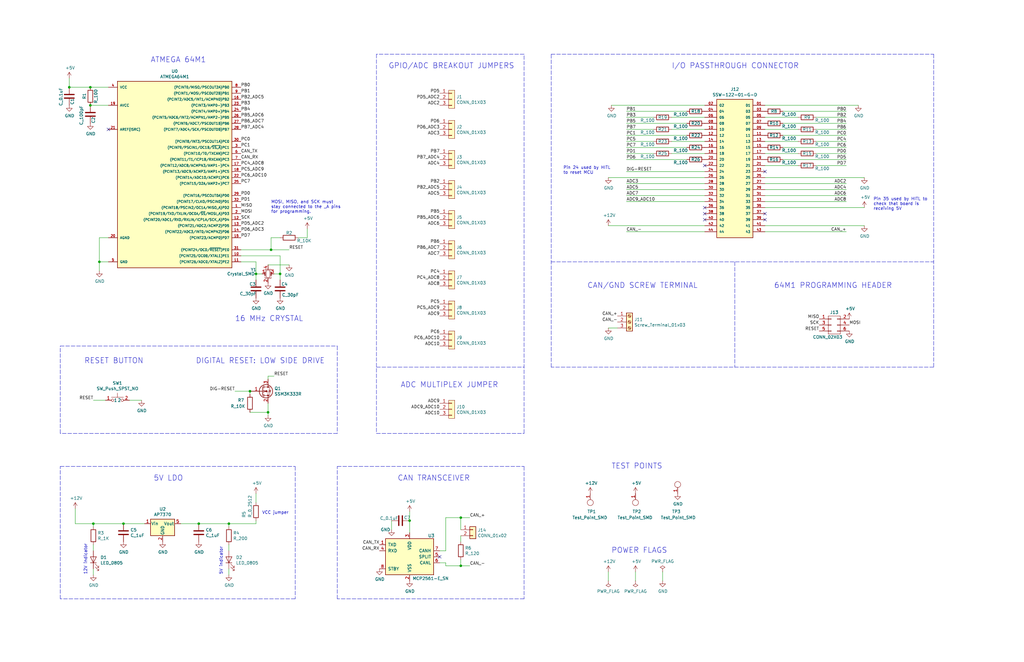
<source format=kicad_sch>
(kicad_sch (version 20211123) (generator eeschema)
  (paper "B")
  (title_block (title "Firmware Tester Board") (date "2022-02-10") (rev "1") (company "Olin Electric Motorsports") (comment 1 "Luke Raus"))
  (junction (at 38.1 36.83))
  (junction (at 194.31 238.76))
  (junction (at 172.72 219.71))
  (junction (at 194.31 218.44))
  (junction (at 41.91 110.49))
  (junction (at 96.52 220.98))
  (junction (at 52.07 220.98))
  (junction (at 105.41 165.1))
  (junction (at 114.3 105.41))
  (junction (at 38.1 44.45))
  (junction (at 118.11 115.57))
  (junction (at 39.37 220.98))
  (junction (at 29.21 36.83))
  (junction (at 83.82 220.98))
  (junction (at 113.03 173.99))
  (junction (at 107.95 115.57))
  (no_connect (at 322.58 90.17))
  (no_connect (at 322.58 92.71))
  (no_connect (at 297.18 69.85))
  (no_connect (at 322.58 72.39))
  (no_connect (at 297.18 92.71))
  (no_connect (at 297.18 87.63))
  (no_connect (at 185.42 234.95))
  (no_connect (at 45.72 54.61))
  (no_connect (at 297.18 90.17))
  (wire (pts (xy 96.52 240.03) (xy 96.52 242.57)))
  (wire (pts (xy 129.54 100.33) (xy 129.54 96.52)))
  (wire (pts (xy 344.17 69.85) (xy 356.87 69.85)))
  (polyline (pts (xy 220.98 252.73) (xy 142.24 252.73)))
  (polyline (pts (xy 232.41 154.94) (xy 232.41 22.86)))
  (wire (pts (xy 113.03 158.75) (xy 113.03 160.02)))
  (wire (pts (xy 125.73 100.33) (xy 129.54 100.33)))
  (polyline (pts (xy 158.75 154.94) (xy 220.98 154.94)))
  (polyline (pts (xy 25.4 182.88) (xy 25.4 146.05)))
  (polyline (pts (xy 124.46 196.85) (xy 124.46 252.73)))
  (wire (pts (xy 39.37 222.25) (xy 39.37 220.98)))
  (wire (pts (xy 264.16 77.47) (xy 297.18 77.47)))
  (wire (pts (xy 322.58 69.85) (xy 336.55 69.85)))
  (wire (pts (xy 344.17 54.61) (xy 356.87 54.61)))
  (wire (pts (xy 194.31 218.44) (xy 198.12 218.44)))
  (wire (pts (xy 322.58 54.61) (xy 336.55 54.61)))
  (polyline (pts (xy 220.98 196.85) (xy 220.98 252.73)))
  (wire (pts (xy 330.2 62.23) (xy 356.87 62.23)))
  (wire (pts (xy 39.37 168.91) (xy 44.45 168.91)))
  (polyline (pts (xy 232.41 22.86) (xy 393.7 22.86)))
  (wire (pts (xy 187.96 238.76) (xy 194.31 238.76)))
  (wire (pts (xy 99.06 165.1) (xy 105.41 165.1)))
  (polyline (pts (xy 232.41 110.49) (xy 393.7 110.49)))
  (wire (pts (xy 322.58 95.25) (xy 364.49 95.25)))
  (wire (pts (xy 41.91 100.33) (xy 45.72 100.33)))
  (polyline (pts (xy 142.24 146.05) (xy 142.24 182.88)))
  (wire (pts (xy 344.17 64.77) (xy 356.87 64.77)))
  (wire (pts (xy 96.52 229.87) (xy 96.52 232.41)))
  (wire (pts (xy 322.58 77.47) (xy 356.87 77.47)))
  (wire (pts (xy 107.95 115.57) (xy 110.49 115.57)))
  (wire (pts (xy 185.42 237.49) (xy 187.96 237.49)))
  (wire (pts (xy 45.72 110.49) (xy 41.91 110.49)))
  (polyline (pts (xy 124.46 252.73) (xy 25.4 252.73)))
  (polyline (pts (xy 158.75 22.86) (xy 158.75 182.88)))
  (polyline (pts (xy 142.24 196.85) (xy 220.98 196.85)))
  (wire (pts (xy 330.2 57.15) (xy 356.87 57.15)))
  (wire (pts (xy 172.72 224.79) (xy 172.72 219.71)))
  (wire (pts (xy 118.11 107.95) (xy 101.6 107.95)))
  (wire (pts (xy 322.58 87.63) (xy 364.49 87.63)))
  (wire (pts (xy 107.95 220.98) (xy 107.95 219.71)))
  (wire (pts (xy 264.16 67.31) (xy 289.56 67.31)))
  (wire (pts (xy 185.42 232.41) (xy 187.96 232.41)))
  (wire (pts (xy 256.54 74.93) (xy 297.18 74.93)))
  (wire (pts (xy 283.21 59.69) (xy 297.18 59.69)))
  (wire (pts (xy 322.58 59.69) (xy 336.55 59.69)))
  (polyline (pts (xy 25.4 196.85) (xy 124.46 196.85)))
  (wire (pts (xy 41.91 110.49) (xy 41.91 100.33)))
  (wire (pts (xy 330.2 46.99) (xy 356.87 46.99)))
  (wire (pts (xy 113.03 175.26) (xy 113.03 173.99)))
  (wire (pts (xy 257.81 44.45) (xy 297.18 44.45)))
  (wire (pts (xy 105.41 173.99) (xy 113.03 173.99)))
  (wire (pts (xy 264.16 52.07) (xy 289.56 52.07)))
  (polyline (pts (xy 393.7 154.94) (xy 232.41 154.94)))
  (wire (pts (xy 107.95 115.57) (xy 107.95 110.49)))
  (wire (pts (xy 107.95 208.28) (xy 107.95 212.09)))
  (wire (pts (xy 187.96 237.49) (xy 187.96 238.76)))
  (wire (pts (xy 264.16 54.61) (xy 275.59 54.61)))
  (wire (pts (xy 113.03 158.75) (xy 115.57 158.75)))
  (polyline (pts (xy 220.98 22.86) (xy 158.75 22.86)))
  (wire (pts (xy 41.91 114.3) (xy 41.91 110.49)))
  (polyline (pts (xy 142.24 182.88) (xy 25.4 182.88)))
  (wire (pts (xy 76.2 220.98) (xy 83.82 220.98)))
  (wire (pts (xy 60.96 220.98) (xy 52.07 220.98)))
  (wire (pts (xy 322.58 97.79) (xy 356.87 97.79)))
  (polyline (pts (xy 25.4 252.73) (xy 25.4 196.85)))
  (wire (pts (xy 165.1 219.71) (xy 165.1 223.52)))
  (wire (pts (xy 264.16 72.39) (xy 297.18 72.39)))
  (wire (pts (xy 113.03 170.18) (xy 113.03 173.99)))
  (wire (pts (xy 39.37 240.03) (xy 39.37 242.57)))
  (wire (pts (xy 187.96 232.41) (xy 187.96 218.44)))
  (polyline (pts (xy 393.7 22.86) (xy 393.7 154.94)))
  (wire (pts (xy 194.31 226.06) (xy 194.31 228.6)))
  (wire (pts (xy 330.2 52.07) (xy 356.87 52.07)))
  (polyline (pts (xy 309.88 110.49) (xy 309.88 154.94)))
  (wire (pts (xy 45.72 44.45) (xy 38.1 44.45)))
  (wire (pts (xy 322.58 64.77) (xy 336.55 64.77)))
  (wire (pts (xy 96.52 222.25) (xy 96.52 220.98)))
  (wire (pts (xy 264.16 85.09) (xy 297.18 85.09)))
  (wire (pts (xy 114.3 100.33) (xy 118.11 100.33)))
  (wire (pts (xy 118.11 115.57) (xy 118.11 107.95)))
  (wire (pts (xy 264.16 49.53) (xy 275.59 49.53)))
  (wire (pts (xy 264.16 62.23) (xy 289.56 62.23)))
  (wire (pts (xy 322.58 74.93) (xy 364.49 74.93)))
  (wire (pts (xy 336.55 49.53) (xy 322.58 49.53)))
  (wire (pts (xy 107.95 118.11) (xy 107.95 115.57)))
  (wire (pts (xy 194.31 236.22) (xy 194.31 238.76)))
  (wire (pts (xy 187.96 218.44) (xy 194.31 218.44)))
  (wire (pts (xy 39.37 229.87) (xy 39.37 232.41)))
  (wire (pts (xy 256.54 241.3) (xy 256.54 245.11)))
  (wire (pts (xy 54.61 168.91) (xy 59.69 168.91)))
  (wire (pts (xy 29.21 33.02) (xy 29.21 36.83)))
  (polyline (pts (xy 158.75 182.88) (xy 220.98 182.88)))
  (wire (pts (xy 101.6 105.41) (xy 114.3 105.41)))
  (wire (pts (xy 38.1 36.83) (xy 45.72 36.83)))
  (wire (pts (xy 31.75 220.98) (xy 31.75 214.63)))
  (wire (pts (xy 264.16 64.77) (xy 275.59 64.77)))
  (wire (pts (xy 39.37 220.98) (xy 52.07 220.98)))
  (wire (pts (xy 107.95 110.49) (xy 101.6 110.49)))
  (wire (pts (xy 105.41 166.37) (xy 105.41 165.1)))
  (wire (pts (xy 264.16 46.99) (xy 289.56 46.99)))
  (wire (pts (xy 256.54 95.25) (xy 297.18 95.25)))
  (polyline (pts (xy 220.98 182.88) (xy 220.98 22.86)))
  (wire (pts (xy 344.17 49.53) (xy 356.87 49.53)))
  (wire (pts (xy 322.58 80.01) (xy 356.87 80.01)))
  (wire (pts (xy 264.16 80.01) (xy 297.18 80.01)))
  (wire (pts (xy 283.21 49.53) (xy 297.18 49.53)))
  (wire (pts (xy 194.31 223.52) (xy 194.31 218.44)))
  (polyline (pts (xy 142.24 252.73) (xy 142.24 196.85)))
  (wire (pts (xy 322.58 44.45) (xy 361.95 44.45)))
  (wire (pts (xy 264.16 59.69) (xy 275.59 59.69)))
  (wire (pts (xy 114.3 105.41) (xy 114.3 100.33)))
  (wire (pts (xy 344.17 59.69) (xy 356.87 59.69)))
  (wire (pts (xy 322.58 82.55) (xy 356.87 82.55)))
  (wire (pts (xy 172.72 219.71) (xy 172.72 215.9)))
  (polyline (pts (xy 25.4 146.05) (xy 142.24 146.05)))
  (wire (pts (xy 83.82 220.98) (xy 96.52 220.98)))
  (wire (pts (xy 96.52 220.98) (xy 107.95 220.98)))
  (wire (pts (xy 264.16 57.15) (xy 289.56 57.15)))
  (wire (pts (xy 283.21 64.77) (xy 297.18 64.77)))
  (wire (pts (xy 279.4 241.3) (xy 279.4 245.11)))
  (wire (pts (xy 267.97 245.11) (xy 267.97 241.3)))
  (wire (pts (xy 114.3 105.41) (xy 121.92 105.41)))
  (wire (pts (xy 264.16 97.79) (xy 297.18 97.79)))
  (wire (pts (xy 118.11 115.57) (xy 118.11 118.11)))
  (wire (pts (xy 322.58 85.09) (xy 356.87 85.09)))
  (wire (pts (xy 330.2 67.31) (xy 356.87 67.31)))
  (wire (pts (xy 194.31 238.76) (xy 198.12 238.76)))
  (wire (pts (xy 29.21 36.83) (xy 38.1 36.83)))
  (wire (pts (xy 115.57 115.57) (xy 118.11 115.57)))
  (wire (pts (xy 264.16 82.55) (xy 297.18 82.55)))
  (wire (pts (xy 31.75 220.98) (xy 39.37 220.98)))
  (wire (pts (xy 113.03 111.76) (xy 121.92 111.76)))
  (wire (pts (xy 283.21 54.61) (xy 297.18 54.61)))
  (wire (pts (xy 256.54 138.43) (xy 260.35 138.43)))
  (text "5V LDO" (at 64.77 203.2 0) (effects (font (size 2.2606 2.2606)) (justify left bottom)))
  (text "ADC MULTIPLEX JUMPER" (at 168.91 163.83 0) (effects (font (size 2.2606 2.2606)) (justify left bottom)))
  (text "CAN/GND SCREW TERMINAL" (at 247.65 121.92 0) (effects (font (size 2.2606 2.2606)) (justify left bottom)))
  (text "Pin 24 used by HITL\nto reset MCU" (at 237.49 73.66 0) (effects (font (size 1.27 1.27)) (justify left bottom)))
  (text "TEST POINTS" (at 257.81 198.12 0) (effects (font (size 2.2606 2.2606)) (justify left bottom)))
  (text "ATMEGA 64M1\n" (at 63.5 26.67 0) (effects (font (size 2.2606 2.2606)) (justify left bottom)))
  (text "CAN TRANSCEIVER\n" (at 167.64 203.2 0) (effects (font (size 2.2606 2.2606)) (justify left bottom)))
  (text "GPIO/ADC BREAKOUT JUMPERS" (at 163.83 29.21 0) (effects (font (size 2.2606 2.2606)) (justify left bottom)))
  (text "16 MHz CRYSTAL\n" (at 99.06 135.89 0) (effects (font (size 2.2606 2.2606)) (justify left bottom)))
  (text "DIGITAL RESET: LOW SIDE DRIVE" (at 82.55 153.67 0) (effects (font (size 2.2606 2.2606)) (justify left bottom)))
  (text "I/O PASSTHROUGH CONNECTOR" (at 283.21 29.21 0) (effects (font (size 2.2606 2.2606)) (justify left bottom)))
  (text "64M1 PROGRAMMING HEADER\n" (at 326.39 121.92 0) (effects (font (size 2.2606 2.2606)) (justify left bottom)))
  (text "Pin 35 used by HITL to\ncheck that board is\nreceiving 5V" (at 368.3 88.9 0) (effects (font (size 1.27 1.27)) (justify left bottom)))
  (text "POWER FLAGS\n" (at 257.81 233.68 0) (effects (font (size 2.2606 2.2606)) (justify left bottom)))
  (text "5V indicator" (at 93.98 242.57 90) (effects (font (size 1.27 1.27)) (justify left bottom)))
  (text "VCC jumper" (at 110.49 217.17 0) (effects (font (size 1.27 1.27)) (justify left bottom)))
  (text "RESET BUTTON" (at 35.56 153.67 0) (effects (font (size 2.2606 2.2606)) (justify left bottom)))
  (text "12V indicator" (at 36.83 242.57 90) (effects (font (size 1.27 1.27)) (justify left bottom)))
  (text "MOSI, MISO, and SCK must\nstay connected to the _A pins\nfor programming." (at 114.3 90.17 0) (effects (font (size 1.27 1.27)) (justify left bottom)))
  (label "ADC3" (at 264.16 77.47 0))
  (label "CAN_-" (at 198.12 238.76 0))
  (label "RESET" (at 345.44 139.7 180))
  (label "ADC6" (at 356.87 82.55 180))
  (label "PC6_ADC10" (at 101.6 74.93 0))
  (label "PB1" (at 264.16 46.99 0))
  (label "DIG-RESET" (at 264.16 72.39 0))
  (label "PB7_ADC4" (at 185.42 67.31 180))
  (label "ADC2" (at 185.42 44.45 180))
  (label "ADC2" (at 356.87 77.47 180))
  (label "RESET" (at 39.37 168.91 180))
  (label "CAN_-" (at 264.16 97.79 0))
  (label "CAN_RX" (at 160.02 232.41 180))
  (label "SCK" (at 101.6 92.71 0))
  (label "PD7" (at 101.6 100.33 0))
  (label "PB7_ADC4" (at 101.6 54.61 0))
  (label "PD5_ADC2" (at 185.42 41.91 180))
  (label "PB6" (at 185.42 102.87 180))
  (label "ADC9_ADC10" (at 264.16 85.09 0))
  (label "PB5_ADC6" (at 101.6 49.53 0))
  (label "ADC4" (at 356.87 80.01 180))
  (label "ADC9" (at 185.42 170.18 180))
  (label "ADC10" (at 185.42 175.26 180))
  (label "CAN_+" (at 356.87 97.79 180))
  (label "MOSI" (at 101.6 90.17 0))
  (label "PC6" (at 185.42 140.97 180))
  (label "RESET" (at 121.92 105.41 0))
  (label "PD1" (at 264.16 64.77 0))
  (label "PB3" (at 264.16 49.53 0))
  (label "ADC9" (at 185.42 133.35 180))
  (label "MISO" (at 101.6 87.63 0))
  (label "MISO" (at 345.44 134.62 180))
  (label "PD0" (at 356.87 64.77 180))
  (label "PC6_ADC10" (at 185.42 143.51 180))
  (label "CAN_RX" (at 101.6 67.31 0))
  (label "CAN_TX" (at 101.6 64.77 0))
  (label "PB0" (at 101.6 36.83 0))
  (label "PB5_ADC6" (at 185.42 92.71 180))
  (label "PC5" (at 185.42 128.27 180))
  (label "DIG-RESET" (at 99.06 165.1 180))
  (label "PB2" (at 356.87 49.53 180))
  (label "ADC3" (at 185.42 57.15 180))
  (label "PB6" (at 356.87 54.61 180))
  (label "PC5_ADC9" (at 101.6 72.39 0))
  (label "PC7" (at 101.6 77.47 0))
  (label "PB5" (at 264.16 52.07 0))
  (label "RESET" (at 115.57 158.75 0))
  (label "SCK" (at 345.44 137.16 180))
  (label "PD1" (at 101.6 85.09 0))
  (label "PD6_ADC3" (at 185.42 54.61 180))
  (label "PB1" (at 101.6 39.37 0))
  (label "PC0" (at 356.87 57.15 180))
  (label "PC4" (at 356.87 59.69 180))
  (label "PC7" (at 264.16 62.23 0))
  (label "PD6" (at 264.16 67.31 0))
  (label "PB7" (at 185.42 64.77 180))
  (label "PC6" (at 356.87 62.23 180))
  (label "ADC6" (at 185.42 95.25 180))
  (label "PD0" (at 101.6 82.55 0))
  (label "CAN_TX" (at 160.02 229.87 180))
  (label "PB0" (at 356.87 46.99 180))
  (label "PC4_ADC8" (at 185.42 118.11 180))
  (label "PD5" (at 185.42 39.37 180))
  (label "CAN_-" (at 260.35 135.89 180))
  (label "PB2" (at 185.42 77.47 180))
  (label "ADC8" (at 185.42 120.65 180))
  (label "PC4_ADC8" (at 101.6 69.85 0))
  (label "PD5_ADC2" (at 101.6 95.25 0))
  (label "PC1" (at 101.6 62.23 0))
  (label "PB7" (at 264.16 54.61 0))
  (label "PB5" (at 185.42 90.17 180))
  (label "ADC7" (at 185.42 107.95 180))
  (label "ADC7" (at 264.16 82.55 0))
  (label "PC1" (at 264.16 57.15 0))
  (label "PB6_ADC7" (at 101.6 52.07 0))
  (label "PD6_ADC3" (at 101.6 97.79 0))
  (label "PB2_ADC5" (at 185.42 80.01 180))
  (label "PD5" (at 356.87 67.31 180))
  (label "PB3" (at 101.6 44.45 0))
  (label "PB6_ADC7" (at 185.42 105.41 180))
  (label "ADC8" (at 356.87 85.09 180))
  (label "CAN_+" (at 260.35 133.35 180))
  (label "ADC5" (at 264.16 80.01 0))
  (label "PD6" (at 185.42 52.07 180))
  (label "PB4" (at 356.87 52.07 180))
  (label "MOSI" (at 358.14 137.16 0))
  (label "ADC4" (at 185.42 69.85 180))
  (label "PB2_ADC5" (at 101.6 41.91 0))
  (label "PC5_ADC9" (at 185.42 130.81 180))
  (label "PC5" (at 264.16 59.69 0))
  (label "PC4" (at 185.42 115.57 180))
  (label "ADC10" (at 185.42 146.05 180))
  (label "ADC9_ADC10" (at 185.42 172.72 180))
  (label "CAN_+" (at 198.12 218.44 0))
  (label "PC0" (at 101.6 59.69 0))
  (label "PB4" (at 101.6 46.99 0))
  (label "ADC5" (at 185.42 82.55 180))
  (label "PD7" (at 356.87 69.85 180))
  (symbol (lib_id "power:GND") (at 279.4 245.11 0) (unit 1)
    (property "Reference" "#PWR?" (effects hide))
    (property "Value" "GND" (at 279.527 249.5042 0))
  )
  (symbol (lib_id "formula:R_100") (at 38.1 40.64 0) (unit 1)
    (property "Reference" "R1" (at 35.56 41.91 90) (effects (justify left)))
    (property "Value" "R_100" (at 40.386 43.688 90) (effects (justify left)))
    (property "Footprint" "footprints:R_0805_OEM" (effects hide))
    (property "Datasheet" "https://www.seielect.com/Catalog/SEI-rncp.pdf" (effects hide))
    (property "MFN" "DK" (effects hide))
    (property "MPN" "RNCP0805FTD100RCT-ND" (effects hide))
    (property "PurchasingLink" "https://www.digikey.com/products/en?keywords=RNCP0805FTD100RCT-ND" (effects hide))
  )
  (symbol (lib_id "formula:C_0.1uF") (at 29.21 40.64 0) (unit 1)
    (property "Reference" "C1" (at 30.48 44.196 90) (effects (justify left)))
    (property "Value" "C_0.1uF" (at 25.654 44.704 90) (effects (justify left)))
    (property "Footprint" "footprints:C_0805_OEM" (effects hide))
    (property "Datasheet" "http://datasheets.avx.com/X7RDielectric.pdf" (effects hide))
    (property "MFN" "DK" (effects hide))
    (property "MPN" "478-3352-1-ND" (effects hide))
    (property "PurchasingLink" "https://www.digikey.com/products/en?keywords=478-3352-1-ND" (effects hide))
  )
  (symbol (lib_id "formula:C_100pF") (at 38.1 48.26 0) (unit 1)
    (property "Reference" "C2" (at 39.37 52.07 90) (effects (justify left)))
    (property "Value" "C_100pF" (at 34.29 52.832 90) (effects (justify left)))
    (property "Footprint" "footprints:C_0805_OEM" (effects hide))
    (property "Datasheet" "https://katalog.we-online.de/pbs/datasheet/885012007057.pdf" (effects hide))
    (property "MFN" "DK" (effects hide))
    (property "MPN" "732-7852-1-ND" (effects hide))
    (property "PurchasingLink" "https://www.digikey.com/product-detail/en/wurth-electronics-inc/885012007057/732-7852-1-ND/5454479" (effects hide))
  )
  (symbol (lib_id "power:GND") (at 29.21 44.45 0) (unit 1)
    (property "Reference" "#PWR?" (effects hide))
    (property "Value" "GND" (at 29.337 48.8442 0))
  )
  (symbol (lib_id "power:GND") (at 38.1 52.07 0) (unit 1)
    (property "Reference" "#PWR?" (effects hide))
    (property "Value" "GND" (at 38.227 56.4642 0))
  )
  (symbol (lib_id "formula:Crystal_SMD") (at 113.03 115.57 0) (unit 1)
    (property "Reference" "Y1" (at 105.664 113.792 0) (effects (justify left)))
    (property "Value" "Crystal_SMD" (at 95.758 115.57 0) (effects (justify left)))
    (property "Footprint" "footprints:Crystal_SMD_FA238" (effects hide))
    (property "Datasheet" "http://www.txccorp.com/download/products/quartz_crystals/2015TXC_7M_17.pdf" (effects hide))
    (property "MFN" "DK" (effects hide))
    (property "MPN" "887-1125-1-ND" (effects hide))
    (property "PurchasingLink" "https://www.digikey.com/product-detail/en/txc-corporation/7M-16.000MAAJ-T/887-1125-1-ND/2119014" (effects hide))
  )
  (symbol (lib_id "formula:C_30pF") (at 107.95 121.92 0) (unit 1)
    (property "Reference" "C3" (at 105.156 119.888 0) (effects (justify left)))
    (property "Value" "C_30pF" (at 101.092 123.952 0) (effects (justify left)))
    (property "Footprint" "footprints:C_0805_OEM" (effects hide))
    (property "Datasheet" "https://media.digikey.com/pdf/Data%20Sheets/Samsung%20PDFs/CL_Series_MLCC_ds.pdf" (effects hide))
    (property "MFN" "DK" (effects hide))
    (property "MPN" "1276-1130-1-ND" (effects hide))
    (property "PurchasingLink" "https://www.digikey.com/product-detail/en/samsung-electro-mechanics-america-inc/CL21C300JBANNNC/1276-1130-1-ND/3889216" (effects hide))
  )
  (symbol (lib_id "formula:C_30pF") (at 118.11 121.92 0) (unit 1)
    (property "Reference" "C4" (at 118.618 119.888 0) (effects (justify left)))
    (property "Value" "C_30pF" (at 118.872 124.46 0) (effects (justify left)))
    (property "Footprint" "footprints:C_0805_OEM" (effects hide))
    (property "Datasheet" "https://media.digikey.com/pdf/Data%20Sheets/Samsung%20PDFs/CL_Series_MLCC_ds.pdf" (effects hide))
    (property "MFN" "DK" (effects hide))
    (property "MPN" "1276-1130-1-ND" (effects hide))
    (property "PurchasingLink" "https://www.digikey.com/product-detail/en/samsung-electro-mechanics-america-inc/CL21C300JBANNNC/1276-1130-1-ND/3889216" (effects hide))
  )
  (symbol (lib_id "formula:R_10K") (at 121.92 100.33 270) (unit 1)
    (property "Reference" "R2" (at 121.92 98.298 90))
    (property "Value" "R_10K" (at 128.27 101.6 90))
    (property "Footprint" "footprints:R_0805_OEM" (effects hide))
    (property "Datasheet" "http://www.bourns.com/data/global/pdfs/CRS.pdf" (effects hide))
    (property "MFN" "DK" (effects hide))
    (property "MPN" "CRS0805-FX-1002ELFCT-ND" (effects hide))
    (property "PurchasingLink" "https://www.digikey.com/products/en?keywords=CRS0805-FX-1002ELFCT-ND" (effects hide))
  )
  (symbol (lib_id "power:GND") (at 107.95 125.73 0) (unit 1)
    (property "Reference" "#PWR?" (effects hide))
    (property "Value" "GND" (at 108.077 130.1242 0))
  )
  (symbol (lib_id "power:GND") (at 118.11 125.73 0) (unit 1)
    (property "Reference" "#PWR?" (effects hide))
    (property "Value" "GND" (at 118.237 130.1242 0))
  )
  (symbol (lib_id "power:GND") (at 113.03 119.38 0) (unit 1)
    (property "Reference" "#PWR?" (effects hide))
    (property "Value" "GND" (at 113.157 123.7742 0))
  )
  (symbol (lib_id "power:GND") (at 121.92 111.76 0) (unit 1)
    (property "Reference" "#PWR?" (effects hide))
    (property "Value" "GND" (at 122.047 116.1542 0))
  )
  (symbol (lib_id "power:GND") (at 41.91 114.3 0) (unit 1)
    (property "Reference" "#PWR?" (effects hide))
    (property "Value" "GND" (at 42.037 118.6942 0))
  )
  (symbol (lib_id "formula:MCP2561-E_SN") (at 172.72 234.95 0) (unit 1)
    (property "Reference" "U3" (at 181.864 226.06 0))
    (property "Value" "MCP2561-E_SN" (at 181.61 244.094 0))
    (property "Footprint" "footprints:SOIC-8_3.9x4.9mm_Pitch1.27mm_OEM" (effects hide))
    (property "Datasheet" "http://www.microchip.com/mymicrochip/filehandler.aspx?ddocname=en561044" (effects hide))
    (property "MFN" "DK" (effects hide))
    (property "MPN" "MCP2561-E/SN-ND" (effects hide))
    (property "PurchasingLink" "https://www.digikey.com/products/en?keywords=mcp2561-e%2Fsn" (effects hide))
  )
  (symbol (lib_id "formula:C_0.1uF") (at 168.91 219.71 270) (unit 1)
    (property "Reference" "C7" (at 171.704 218.44 90))
    (property "Value" "C_0.1uF" (at 164.084 218.694 90))
    (property "Footprint" "footprints:C_0805_OEM" (effects hide))
    (property "Datasheet" "http://datasheets.avx.com/X7RDielectric.pdf" (effects hide))
    (property "MFN" "DK" (effects hide))
    (property "MPN" "478-3352-1-ND" (effects hide))
    (property "PurchasingLink" "https://www.digikey.com/products/en?keywords=478-3352-1-ND" (effects hide))
  )
  (symbol (lib_id "power:GND") (at 165.1 223.52 0) (unit 1)
    (property "Reference" "#PWR?" (effects hide))
    (property "Value" "GND" (at 162.56 223.52 0))
  )
  (symbol (lib_id "power:GND") (at 172.72 245.11 0) (unit 1)
    (property "Reference" "#PWR?" (effects hide))
    (property "Value" "GND" (at 172.847 249.5042 0))
  )
  (symbol (lib_id "power:GND") (at 160.02 240.03 0) (unit 1)
    (property "Reference" "#PWR?" (effects hide))
    (property "Value" "GND" (at 160.147 244.4242 0))
  )
  (symbol (lib_id "power:PWR_FLAG") (at 256.54 245.11 180) (unit 1)
    (property "Reference" "#FLG?" (effects hide))
    (property "Value" "PWR_FLAG" (at 256.54 249.5296 0))
  )
  (symbol (lib_id "power:PWR_FLAG") (at 267.97 245.11 180) (unit 1)
    (property "Reference" "#FLG?" (effects hide))
    (property "Value" "PWR_FLAG" (at 267.97 249.5296 0))
  )
  (symbol (lib_id "power:PWR_FLAG") (at 279.4 241.3 0) (unit 1)
    (property "Reference" "#FLG?" (effects hide))
    (property "Value" "PWR_FLAG" (at 279.4 236.8804 0))
  )
  (symbol (lib_id "formula:CONN_02X03") (at 351.79 137.16 0) (unit 1)
    (property "Reference" "J13" (at 351.79 131.826 0))
    (property "Value" "CONN_02X03" (at 348.996 142.24 0))
    (property "Footprint" "footprints:Pin_Header_Straight_2x03" (effects hide))
    (property "Datasheet" "http://portal.fciconnect.com/Comergent//fci/drawing/67996.pdf" (effects hide))
    (property "MFN" "DK" (effects hide))
    (property "MPN" "609-3234-ND" (effects hide))
    (property "PurchasingLink" "https://www.digikey.com/product-detail/en/amphenol-fci/67997-206HLF/609-3234-ND/1878491" (effects hide))
  )
  (symbol (lib_id "power:GND") (at 358.14 139.7 0) (unit 1)
    (property "Reference" "#PWR?" (effects hide))
    (property "Value" "GND" (at 358.267 144.0942 0))
  )
  (symbol (lib_id "formula:R_120_DNP") (at 194.31 232.41 0) (unit 1)
    (property "Reference" "R6" (at 196.088 231.2416 0) (effects (justify left)))
    (property "Value" "R_120" (at 196.088 233.553 0) (effects (justify left)))
    (property "Footprint" "footprints:R_0805_OEM" (effects hide))
    (property "Datasheet" "https://www.mouser.com/datasheet/2/315/AOA0000C304-1149620.pdf" (effects hide))
    (property "MFN" "DK" (effects hide))
    (property "MPN" "667-ERJ-6ENF1200V" (effects hide))
    (property "PurchasingLink" "https://www.mouser.com/ProductDetail/Panasonic-Industrial-Devices/ERJ-6ENF1200V?qs=sGAEpiMZZMvdGkrng054t8AJgcdMkx7x%252bFQnctTMUmU%3d" (effects hide))
  )
  (symbol (lib_id "power:+5V") (at 29.21 33.02 0) (unit 1)
    (property "Reference" "#PWR?" (effects hide))
    (property "Value" "+5V" (at 29.591 28.6258 0))
  )
  (symbol (lib_id "power:+5V") (at 172.72 215.9 0) (unit 1)
    (property "Reference" "#PWR?" (effects hide))
    (property "Value" "+5V" (at 173.101 211.5058 0))
  )
  (symbol (lib_id "power:+5V") (at 358.14 134.62 0) (unit 1)
    (property "Reference" "#PWR?" (effects hide))
    (property "Value" "+5V" (at 358.521 130.2258 0))
  )
  (symbol (lib_id "power:+5V") (at 267.97 241.3 0) (unit 1)
    (property "Reference" "#PWR?" (effects hide))
    (property "Value" "+5V" (at 268.351 236.9058 0))
  )
  (symbol (lib_id "power:+5V") (at 129.54 96.52 0) (unit 1)
    (property "Reference" "#PWR?" (effects hide))
    (property "Value" "+5V" (at 129.921 92.1258 0))
  )
  (symbol (lib_id "formula:CONN_01X03") (at 191.77 80.01 0) (unit 1)
    (property "Reference" "J4" (at 192.4812 78.9686 0) (effects (justify left)))
    (property "Value" "CONN_01X03" (at 192.4812 81.28 0) (effects (justify left)))
    (property "Footprint" "footprints:PinHeader_1x03_P2.54mm_Vertical" (effects hide))
    (property "Datasheet" "https://www.mouser.com/datasheet/2/181/M20-999-1218971.pdf" (effects hide))
    (property "MFN" "Mouser" (effects hide))
    (property "MPN" "855-M20-9990346" (effects hide))
    (property "PurchasingLink" "https://www.mouser.com/ProductDetail/Harwin/M20-9990346?qs=sGAEpiMZZMs%252bGHln7q6pmzlZUuX%2f53qj1ROyRKct5o4%3d" (effects hide))
  )
  (symbol (lib_id "formula:CONN_01X03") (at 191.77 92.71 0) (unit 1)
    (property "Reference" "J5" (at 192.4812 91.6686 0) (effects (justify left)))
    (property "Value" "CONN_01X03" (at 192.4812 93.98 0) (effects (justify left)))
    (property "Footprint" "footprints:PinHeader_1x03_P2.54mm_Vertical" (effects hide))
    (property "Datasheet" "https://www.mouser.com/datasheet/2/181/M20-999-1218971.pdf" (effects hide))
    (property "MFN" "Mouser" (effects hide))
    (property "MPN" "855-M20-9990346" (effects hide))
    (property "PurchasingLink" "https://www.mouser.com/ProductDetail/Harwin/M20-9990346?qs=sGAEpiMZZMs%252bGHln7q6pmzlZUuX%2f53qj1ROyRKct5o4%3d" (effects hide))
  )
  (symbol (lib_id "formula:CONN_01X03") (at 191.77 105.41 0) (unit 1)
    (property "Reference" "J6" (at 192.4812 104.3686 0) (effects (justify left)))
    (property "Value" "CONN_01X03" (at 192.4812 106.68 0) (effects (justify left)))
    (property "Footprint" "footprints:PinHeader_1x03_P2.54mm_Vertical" (effects hide))
    (property "Datasheet" "https://www.mouser.com/datasheet/2/181/M20-999-1218971.pdf" (effects hide))
    (property "MFN" "Mouser" (effects hide))
    (property "MPN" "855-M20-9990346" (effects hide))
    (property "PurchasingLink" "https://www.mouser.com/ProductDetail/Harwin/M20-9990346?qs=sGAEpiMZZMs%252bGHln7q6pmzlZUuX%2f53qj1ROyRKct5o4%3d" (effects hide))
  )
  (symbol (lib_id "formula:CONN_01X03") (at 191.77 67.31 0) (unit 1)
    (property "Reference" "J3" (at 192.4812 66.2686 0) (effects (justify left)))
    (property "Value" "CONN_01X03" (at 192.4812 68.58 0) (effects (justify left)))
    (property "Footprint" "footprints:PinHeader_1x03_P2.54mm_Vertical" (effects hide))
    (property "Datasheet" "https://www.mouser.com/datasheet/2/181/M20-999-1218971.pdf" (effects hide))
    (property "MFN" "Mouser" (effects hide))
    (property "MPN" "855-M20-9990346" (effects hide))
    (property "PurchasingLink" "https://www.mouser.com/ProductDetail/Harwin/M20-9990346?qs=sGAEpiMZZMs%252bGHln7q6pmzlZUuX%2f53qj1ROyRKct5o4%3d" (effects hide))
  )
  (symbol (lib_id "formula:CONN_01X03") (at 191.77 118.11 0) (unit 1)
    (property "Reference" "J7" (at 192.4812 117.0686 0) (effects (justify left)))
    (property "Value" "CONN_01X03" (at 192.4812 119.38 0) (effects (justify left)))
    (property "Footprint" "footprints:PinHeader_1x03_P2.54mm_Vertical" (effects hide))
    (property "Datasheet" "https://www.mouser.com/datasheet/2/181/M20-999-1218971.pdf" (effects hide))
    (property "MFN" "Mouser" (effects hide))
    (property "MPN" "855-M20-9990346" (effects hide))
    (property "PurchasingLink" "https://www.mouser.com/ProductDetail/Harwin/M20-9990346?qs=sGAEpiMZZMs%252bGHln7q6pmzlZUuX%2f53qj1ROyRKct5o4%3d" (effects hide))
  )
  (symbol (lib_id "formula:CONN_01X03") (at 191.77 130.81 0) (unit 1)
    (property "Reference" "J8" (at 192.4812 129.7686 0) (effects (justify left)))
    (property "Value" "CONN_01X03" (at 192.4812 132.08 0) (effects (justify left)))
    (property "Footprint" "footprints:PinHeader_1x03_P2.54mm_Vertical" (effects hide))
    (property "Datasheet" "https://www.mouser.com/datasheet/2/181/M20-999-1218971.pdf" (effects hide))
    (property "MFN" "Mouser" (effects hide))
    (property "MPN" "855-M20-9990346" (effects hide))
    (property "PurchasingLink" "https://www.mouser.com/ProductDetail/Harwin/M20-9990346?qs=sGAEpiMZZMs%252bGHln7q6pmzlZUuX%2f53qj1ROyRKct5o4%3d" (effects hide))
  )
  (symbol (lib_id "formula:CONN_01X03") (at 191.77 143.51 0) (unit 1)
    (property "Reference" "J9" (at 192.4812 142.4686 0) (effects (justify left)))
    (property "Value" "CONN_01X03" (at 192.4812 144.78 0) (effects (justify left)))
    (property "Footprint" "footprints:PinHeader_1x03_P2.54mm_Vertical" (effects hide))
    (property "Datasheet" "https://www.mouser.com/datasheet/2/181/M20-999-1218971.pdf" (effects hide))
    (property "MFN" "Mouser" (effects hide))
    (property "MPN" "855-M20-9990346" (effects hide))
    (property "PurchasingLink" "https://www.mouser.com/ProductDetail/Harwin/M20-9990346?qs=sGAEpiMZZMs%252bGHln7q6pmzlZUuX%2f53qj1ROyRKct5o4%3d" (effects hide))
  )
  (symbol (lib_id "formula:CONN_01X03") (at 191.77 41.91 0) (unit 1)
    (property "Reference" "J1" (at 192.4812 40.8686 0) (effects (justify left)))
    (property "Value" "CONN_01X03" (at 192.4812 43.18 0) (effects (justify left)))
    (property "Footprint" "footprints:PinHeader_1x03_P2.54mm_Vertical" (effects hide))
    (property "Datasheet" "https://www.mouser.com/datasheet/2/181/M20-999-1218971.pdf" (effects hide))
    (property "MFN" "Mouser" (effects hide))
    (property "MPN" "855-M20-9990346" (effects hide))
    (property "PurchasingLink" "https://www.mouser.com/ProductDetail/Harwin/M20-9990346?qs=sGAEpiMZZMs%252bGHln7q6pmzlZUuX%2f53qj1ROyRKct5o4%3d" (effects hide))
  )
  (symbol (lib_id "Connector:Screw_Terminal_01x03") (at 265.43 135.89 0) (unit 1)
    (property "Reference" "J11" (at 267.462 134.8232 0) (effects (justify left)))
    (property "Value" "Screw_Terminal_01x03" (at 267.462 137.1346 0) (effects (justify left)))
    (property "Footprint" "TerminalBlock_Phoenix:TerminalBlock_Phoenix_MKDS-1,5-3_1x03_P5.00mm_Horizontal" (effects hide))
  )
  (symbol (lib_id "power:GND") (at 256.54 138.43 0) (unit 1)
    (property "Reference" "#PWR?" (effects hide))
    (property "Value" "GND" (at 256.667 142.8242 0))
  )
  (symbol (lib_id "formula:SW_Push_SPST_NO") (at 49.53 168.91 0) (unit 1)
    (property "Reference" "SW1" (at 49.53 161.671 0))
    (property "Value" "SW_Push_SPST_NO" (at 49.53 163.9824 0))
    (property "Footprint" "footprints:SW_B3U-1000P_4.2x1.7mm" (effects hide))
    (property "Datasheet" "https://omronfs.omron.com/en_US/ecb/products/pdf/en-b3u.pdf" (effects hide))
    (property "MFN" "DK" (effects hide))
    (property "MPN" "SW1020CT-ND" (effects hide))
    (property "PurchasingLink" "https://www.digikey.com/product-detail/en/omron-electronics-inc-emc-div/B3U-1000P/SW1020CT-ND/1534357A" (effects hide))
  )
  (symbol (lib_id "power:GND") (at 59.69 168.91 0) (unit 1)
    (property "Reference" "#PWR?" (effects hide))
    (property "Value" "GND" (at 59.817 173.3042 0))
  )
  (symbol (lib_id "formula:CONN_01X03") (at 191.77 54.61 0) (unit 1)
    (property "Reference" "J2" (at 192.4812 53.5686 0) (effects (justify left)))
    (property "Value" "CONN_01X03" (at 192.4812 55.88 0) (effects (justify left)))
    (property "Footprint" "footprints:PinHeader_1x03_P2.54mm_Vertical" (effects hide))
    (property "Datasheet" "https://www.mouser.com/datasheet/2/181/M20-999-1218971.pdf" (effects hide))
    (property "MFN" "Mouser" (effects hide))
    (property "MPN" "855-M20-9990346" (effects hide))
    (property "PurchasingLink" "https://www.mouser.com/ProductDetail/Harwin/M20-9990346?qs=sGAEpiMZZMs%252bGHln7q6pmzlZUuX%2f53qj1ROyRKct5o4%3d" (effects hide))
  )
  (symbol (lib_id "formula:SSW-122-01-G-D") (at 309.88 72.39 0) (unit 1)
    (property "Reference" "J12" (at 309.88 37.6682 0))
    (property "Value" "SSW-122-01-G-D" (at 309.88 39.9796 0))
    (property "Footprint" "footprints:SAMTEC_SSW-122-01-G-D" (effects hide))
    (property "Datasheet" "http://suddendocs.samtec.com/prints/ssw-d.pdf" (effects hide))
    (property "MFN" "Würth Elektronik" (effects hide))
    (property "MPN" "61304421121" (effects hide))
    (property "PurchasingLink" "https://www.digikey.com/en/products/detail/w%C3%BCrth-elektronik/61304421121/4846887" (effects hide))
  )
  (symbol (lib_id "power:GND") (at 257.81 44.45 0) (unit 1)
    (property "Reference" "#PWR?" (effects hide))
    (property "Value" "GND" (at 257.937 48.8442 0))
  )
  (symbol (lib_id "power:GND") (at 361.95 44.45 0) (unit 1)
    (property "Reference" "#PWR?" (effects hide))
    (property "Value" "GND" (at 362.077 48.8442 0))
  )
  (symbol (lib_id "formula:SSM3K333R") (at 110.49 165.1 0) (unit 1)
    (property "Reference" "Q1" (at 115.7224 163.9316 0) (effects (justify left)))
    (property "Value" "SSM3K333R" (at 115.7224 166.243 0) (effects (justify left)))
    (property "Footprint" "footprints:SOT-23F" (effects hide))
    (property "Datasheet" "https://drive.google.com/drive/folders/0B-V-iZf33Y4GNzhDQTJZanJRbVk" (effects hide))
    (property "MFN" "DK" (effects hide))
    (property "MPN" "SSM3K333RLFCT-ND" (effects hide))
    (property "PurchasingLink" "https://www.digikey.com/product-detail/en/toshiba-semiconductor-and-storage/SSM3K333RLF/SSM3K333RLFCT-ND/3522391" (effects hide))
  )
  (symbol (lib_id "power:GND") (at 113.03 175.26 0) (unit 1)
    (property "Reference" "#PWR?" (effects hide))
    (property "Value" "GND" (at 113.157 179.6542 0))
  )
  (symbol (lib_id "power:GND") (at 256.54 74.93 0) (unit 1)
    (property "Reference" "#PWR?" (effects hide))
    (property "Value" "GND" (at 256.667 79.3242 0))
  )
  (symbol (lib_id "power:GND") (at 364.49 74.93 0) (unit 1)
    (property "Reference" "#PWR?" (effects hide))
    (property "Value" "GND" (at 364.617 79.3242 0))
  )
  (symbol (lib_id "formula:AP7370") (at 68.58 220.98 0) (unit 1)
    (property "Reference" "U2" (at 68.58 214.8332 0))
    (property "Value" "AP7370" (at 68.58 217.1446 0))
    (property "Footprint" "footprints:SOT-23-5" (effects hide))
    (property "Datasheet" "https://www.diodes.com/assets/Datasheets/AP7370.pdf" (effects hide))
    (property "MFN" "DK" (effects hide))
    (property "MPN" "AP7370-50W5-7DICT-ND" (effects hide))
    (property "PurchasingLink" "https://www.digikey.com/en/products/detail/diodes-incorporated/AP7370-50W5-7/10235827" (effects hide))
  )
  (symbol (lib_id "power:+5V") (at 107.95 208.28 0) (unit 1)
    (property "Reference" "#PWR?" (effects hide))
    (property "Value" "+5V" (at 108.331 203.8858 0))
  )
  (symbol (lib_id "power:GND") (at 68.58 228.6 0) (unit 1)
    (property "Reference" "#PWR?" (effects hide))
    (property "Value" "GND" (at 68.707 232.9942 0))
  )
  (symbol (lib_id "formula:LED_0805") (at 39.37 236.22 90) (unit 1)
    (property "Reference" "D1" (at 42.3418 235.2294 90) (effects (justify right)))
    (property "Value" "LED_0805" (at 42.3418 237.5408 90) (effects (justify right)))
    (property "Footprint" "footprints:LED_0805_OEM" (effects hide))
    (property "Datasheet" "http://www.osram-os.com/Graphics/XPic9/00078860_0.pdf" (effects hide))
    (property "MFN" "DK" (effects hide))
    (property "MPN" "475-1410-1-ND" (effects hide))
    (property "PurchasingLink" "https://www.digikey.com/products/en?keywords=475-1410-1-ND" (effects hide))
  )
  (symbol (lib_id "power:GND") (at 39.37 242.57 0) (unit 1)
    (property "Reference" "#PWR?" (effects hide))
    (property "Value" "GND" (at 39.497 246.9642 0))
  )
  (symbol (lib_id "formula:R_1K") (at 39.37 226.06 0) (unit 1)
    (property "Reference" "R3" (at 41.148 224.8916 0) (effects (justify left)))
    (property "Value" "R_1K" (at 41.148 227.203 0) (effects (justify left)))
    (property "Footprint" "footprints:R_0805_OEM" (effects hide))
    (property "Datasheet" "https://www.seielect.com/Catalog/SEI-rncp.pdf" (effects hide))
    (property "MFN" "DK" (effects hide))
    (property "MPN" "RNCP0805FTD1K00CT-ND" (effects hide))
    (property "PurchasingLink" "https://www.digikey.com/products/en?keywords=RNCP0805FTD1K00CT-ND" (effects hide))
  )
  (symbol (lib_id "formula:C_1uF") (at 52.07 226.06 0) (unit 1)
    (property "Reference" "C5" (at 54.991 223.6216 0) (effects (justify left)))
    (property "Value" "C_1uF" (at 54.991 225.933 0) (effects (justify left)))
    (property "Footprint" "footprints:C_0805_OEM" (effects hide))
    (property "Datasheet" "https://www.yageo.com/upload/media/product/productsearch/datasheet/mlcc/UPY-GPHC_Y5V_6.3V-to-50V_9.pdf" (effects hide))
    (property "PurchasingLink" "https://www.digikey.com/product-detail/en/yageo/CC0805ZKY5V9BB105/311-1909-1-ND/5195811#images" (effects hide))
  )
  (symbol (lib_id "power:GND") (at 52.07 228.6 0) (unit 1)
    (property "Reference" "#PWR?" (effects hide))
    (property "Value" "GND" (at 52.197 232.9942 0))
  )
  (symbol (lib_id "formula:C_1uF") (at 83.82 226.06 0) (unit 1)
    (property "Reference" "C6" (at 86.741 223.6216 0) (effects (justify left)))
    (property "Value" "C_1uF" (at 86.741 225.933 0) (effects (justify left)))
    (property "Footprint" "footprints:C_0805_OEM" (effects hide))
    (property "Datasheet" "https://www.yageo.com/upload/media/product/productsearch/datasheet/mlcc/UPY-GPHC_Y5V_6.3V-to-50V_9.pdf" (effects hide))
    (property "PurchasingLink" "https://www.digikey.com/product-detail/en/yageo/CC0805ZKY5V9BB105/311-1909-1-ND/5195811#images" (effects hide))
  )
  (symbol (lib_id "power:GND") (at 83.82 228.6 0) (unit 1)
    (property "Reference" "#PWR?" (effects hide))
    (property "Value" "GND" (at 83.947 232.9942 0))
  )
  (symbol (lib_id "formula:R_200") (at 96.52 226.06 0) (unit 1)
    (property "Reference" "R4" (at 98.298 224.8916 0) (effects (justify left)))
    (property "Value" "R_200" (at 98.298 227.203 0) (effects (justify left)))
    (property "Footprint" "footprints:R_0805_OEM" (effects hide))
    (property "Datasheet" "https://www.seielect.com/Catalog/SEI-RMCF_RMCP.pdf" (effects hide))
    (property "MFN" "DK" (effects hide))
    (property "MPN" "RMCF0805JT200RCT-ND" (effects hide))
    (property "PurchasingLink" "https://www.digikey.com/products/en?keywords=RMCF0805JT200RCT-ND" (effects hide))
  )
  (symbol (lib_id "formula:LED_0805") (at 96.52 236.22 90) (unit 1)
    (property "Reference" "D2" (at 99.4918 235.2294 90) (effects (justify right)))
    (property "Value" "LED_0805" (at 99.4918 237.5408 90) (effects (justify right)))
    (property "Footprint" "footprints:LED_0805_OEM" (effects hide))
    (property "Datasheet" "http://www.osram-os.com/Graphics/XPic9/00078860_0.pdf" (effects hide))
    (property "MFN" "DK" (effects hide))
    (property "MPN" "475-1410-1-ND" (effects hide))
    (property "PurchasingLink" "https://www.digikey.com/products/en?keywords=475-1410-1-ND" (effects hide))
  )
  (symbol (lib_id "power:GND") (at 96.52 242.57 0) (unit 1)
    (property "Reference" "#PWR?" (effects hide))
    (property "Value" "GND" (at 96.647 246.9642 0))
  )
  (symbol (lib_id "formula:R_0_2512") (at 107.95 215.9 0) (unit 1)
    (property "Reference" "R5" (at 102.87 218.44 90) (effects (justify left)))
    (property "Value" "R_0_2512" (at 105.41 218.44 90) (effects (justify left)))
    (property "Footprint" "footprints:R_2512_OEM" (effects hide))
    (property "Datasheet" "http://www.te.com/commerce/DocumentDelivery/DDEController?Action=srchrtrv&DocNm=9-1773463-7&DocType=DS&DocLang=English" (effects hide))
    (property "MFN" "DK" (effects hide))
    (property "MPN" "A121322CT-ND" (effects hide))
    (property "PurchasingLink" "https://www.digikey.com/products/en?keywords=A121322CT-ND" (effects hide))
  )
  (symbol (lib_id "formula:CONN_01X03") (at 191.77 172.72 0) (unit 1)
    (property "Reference" "J10" (at 192.4812 171.6786 0) (effects (justify left)))
    (property "Value" "CONN_01X03" (at 192.4812 173.99 0) (effects (justify left)))
    (property "Footprint" "footprints:PinHeader_1x03_P2.54mm_Vertical" (effects hide))
    (property "Datasheet" "https://www.mouser.com/datasheet/2/181/M20-999-1218971.pdf" (effects hide))
    (property "MFN" "Mouser" (effects hide))
    (property "MPN" "855-M20-9990346" (effects hide))
    (property "PurchasingLink" "https://www.mouser.com/ProductDetail/Harwin/M20-9990346?qs=sGAEpiMZZMs%252bGHln7q6pmzlZUuX%2f53qj1ROyRKct5o4%3d" (effects hide))
  )
  (symbol (lib_id "formula:CONN_01x02") (at 199.39 223.52 0) (unit 1)
    (property "Reference" "J14" (at 201.422 223.7232 0) (effects (justify left)))
    (property "Value" "CONN_01x02" (at 201.422 226.0346 0) (effects (justify left)))
    (property "Footprint" "Connector_PinSocket_2.54mm:PinSocket_1x02_P2.54mm_Vertical" (effects hide))
    (property "Datasheet" "https://katalog.we-online.de/em/datasheet/6130xx11121.pdf" (effects hide))
    (property "MFN" "DK" (effects hide))
    (property "MPN" "732-5315-ND" (effects hide))
  )
  (symbol (lib_id "power:GND") (at 364.49 95.25 0) (unit 1)
    (property "Reference" "#PWR?" (effects hide))
    (property "Value" "GND" (at 364.617 99.6442 0))
  )
  (symbol (lib_id "formula:ATMEGA64M1") (at 73.66 80.01 0) (unit 1)
    (property "Reference" "U0" (at 73.66 30.0482 0))
    (property "Value" "ATMEGA64M1" (at 73.66 32.3596 0))
    (property "Footprint" "footprints:TQFP-32_7x7mm_Pitch0.8mm" (effects hide))
    (property "Datasheet" "http://ww1.microchip.com/downloads/en/DeviceDoc/Atmel-8209-8-bit%20AVR%20ATmega16M1-32M1-64M1_Datasheet.pdf" (effects hide))
    (property "MFN" "DK" (effects hide))
    (property "MPN" "ATMEGA16M1-AU-ND" (effects hide))
    (property "PurchasingLink" "https://www.digikey.com/product-detail/en/atmel/ATMEGA64M1-AU/ATMEGA64M1-AU-ND/2271208" (effects hide))
  )
  (symbol (lib_id "formula:Test_Point_SMD") (at 248.92 209.55 180) (unit 1)
    (property "Reference" "TP1" (at 247.65 215.9 0) (effects (justify right)))
    (property "Value" "Test_Point_SMD" (at 241.3 218.44 0) (effects (justify right)))
    (property "Footprint" "footprints:Test_Point_SMD" (effects hide))
  )
  (symbol (lib_id "power:+12V") (at 248.92 208.28 0) (unit 1)
    (property "Reference" "#PWR?" (effects hide))
    (property "Value" "+12V" (at 249.301 203.8858 0))
  )
  (symbol (lib_id "formula:Test_Point_SMD") (at 267.97 209.55 180) (unit 1)
    (property "Reference" "TP2" (at 266.7 215.9 0) (effects (justify right)))
    (property "Value" "Test_Point_SMD" (at 260.35 218.44 0) (effects (justify right)))
    (property "Footprint" "footprints:Test_Point_SMD" (effects hide))
  )
  (symbol (lib_id "formula:Test_Point_SMD") (at 285.75 207.01 0) (unit 1)
    (property "Reference" "TP3" (at 287.02 215.9 0) (effects (justify right)))
    (property "Value" "Test_Point_SMD" (at 293.37 218.44 0) (effects (justify right)))
    (property "Footprint" "footprints:Test_Point_SMD" (effects hide))
  )
  (symbol (lib_id "power:+5V") (at 267.97 208.28 0) (unit 1)
    (property "Reference" "#PWR?" (effects hide))
    (property "Value" "+5V" (at 268.351 203.8858 0))
  )
  (symbol (lib_id "power:GND") (at 285.75 208.28 0) (unit 1)
    (property "Reference" "#PWR?" (effects hide))
    (property "Value" "GND" (at 285.877 212.6742 0))
  )
  (symbol (lib_id "power:+5V") (at 364.49 87.63 0) (unit 1)
    (property "Reference" "#PWR?" (effects hide))
    (property "Value" "+5V" (at 364.871 83.2358 0))
  )
  (symbol (lib_id "formula:R_10K") (at 105.41 170.18 180) (unit 1)
    (property "Reference" "R7" (at 101.6 168.91 0))
    (property "Value" "R_10K" (at 100.33 171.45 0))
    (property "Footprint" "footprints:R_0805_OEM" (effects hide))
    (property "Datasheet" "http://www.bourns.com/data/global/pdfs/CRS.pdf" (effects hide))
    (property "MFN" "DK" (effects hide))
    (property "MPN" "CRS0805-FX-1002ELFCT-ND" (effects hide))
    (property "PurchasingLink" "https://www.digikey.com/products/en?keywords=CRS0805-FX-1002ELFCT-ND" (effects hide))
  )
  (symbol (lib_id "power:+12V") (at 256.54 241.3 0) (unit 1)
    (property "Reference" "#PWR?" (effects hide))
    (property "Value" "+12V" (at 256.921 236.9058 0))
  )
  (symbol (lib_id "power:+12V") (at 256.54 95.25 0) (unit 1)
    (property "Reference" "#PWR?" (effects hide))
    (property "Value" "+12V" (at 256.921 90.8558 0))
  )
  (symbol (lib_id "power:+12V") (at 31.75 214.63 0) (unit 1)
    (property "Reference" "#PWR?" (effects hide))
    (property "Value" "+12V" (at 32.131 210.2358 0))
  )
  (symbol (lib_id "formula:R_100") (at 326.39 46.99 270) (unit 1)
    (property "Reference" "R8" (at 326.39 46.99 90))
    (property "Value" "R_100" (at 332.74 48.26 90))
    (property "Footprint" "footprints:R_0805_OEM" (effects hide))
    (property "Datasheet" "https://www.seielect.com/Catalog/SEI-rncp.pdf" (effects hide))
    (property "MFN" "DK" (effects hide))
    (property "MPN" "RNCP0805FTD100RCT-ND" (effects hide))
    (property "PurchasingLink" "https://www.digikey.com/products/en?keywords=RNCP0805FTD100RCT-ND" (effects hide))
  )
  (symbol (lib_id "formula:R_100") (at 340.36 49.53 270) (unit 1)
    (property "Reference" "R9" (at 340.36 49.53 90))
    (property "Value" "R_100" (at 346.71 50.8 90))
    (property "Footprint" "footprints:R_0805_OEM" (effects hide))
    (property "Datasheet" "https://www.seielect.com/Catalog/SEI-rncp.pdf" (effects hide))
    (property "MFN" "DK" (effects hide))
    (property "MPN" "RNCP0805FTD100RCT-ND" (effects hide))
    (property "PurchasingLink" "https://www.digikey.com/products/en?keywords=RNCP0805FTD100RCT-ND" (effects hide))
  )
  (symbol (lib_id "formula:R_100") (at 326.39 52.07 270) (unit 1)
    (property "Reference" "R10" (at 326.39 52.07 90))
    (property "Value" "R_100" (at 332.74 53.34 90))
    (property "Footprint" "footprints:R_0805_OEM" (effects hide))
    (property "Datasheet" "https://www.seielect.com/Catalog/SEI-rncp.pdf" (effects hide))
    (property "MFN" "DK" (effects hide))
    (property "MPN" "RNCP0805FTD100RCT-ND" (effects hide))
    (property "PurchasingLink" "https://www.digikey.com/products/en?keywords=RNCP0805FTD100RCT-ND" (effects hide))
  )
  (symbol (lib_id "formula:R_100") (at 340.36 54.61 270) (unit 1)
    (property "Reference" "R11" (at 340.36 54.61 90))
    (property "Value" "R_100" (at 346.71 55.88 90))
    (property "Footprint" "footprints:R_0805_OEM" (effects hide))
    (property "Datasheet" "https://www.seielect.com/Catalog/SEI-rncp.pdf" (effects hide))
    (property "MFN" "DK" (effects hide))
    (property "MPN" "RNCP0805FTD100RCT-ND" (effects hide))
    (property "PurchasingLink" "https://www.digikey.com/products/en?keywords=RNCP0805FTD100RCT-ND" (effects hide))
  )
  (symbol (lib_id "formula:R_100") (at 326.39 57.15 270) (unit 1)
    (property "Reference" "R12" (at 326.39 57.15 90))
    (property "Value" "R_100" (at 332.74 58.42 90))
    (property "Footprint" "footprints:R_0805_OEM" (effects hide))
    (property "Datasheet" "https://www.seielect.com/Catalog/SEI-rncp.pdf" (effects hide))
    (property "MFN" "DK" (effects hide))
    (property "MPN" "RNCP0805FTD100RCT-ND" (effects hide))
    (property "PurchasingLink" "https://www.digikey.com/products/en?keywords=RNCP0805FTD100RCT-ND" (effects hide))
  )
  (symbol (lib_id "formula:R_100") (at 340.36 59.69 270) (unit 1)
    (property "Reference" "R13" (at 340.36 59.69 90))
    (property "Value" "R_100" (at 346.71 60.96 90))
    (property "Footprint" "footprints:R_0805_OEM" (effects hide))
    (property "Datasheet" "https://www.seielect.com/Catalog/SEI-rncp.pdf" (effects hide))
    (property "MFN" "DK" (effects hide))
    (property "MPN" "RNCP0805FTD100RCT-ND" (effects hide))
    (property "PurchasingLink" "https://www.digikey.com/products/en?keywords=RNCP0805FTD100RCT-ND" (effects hide))
  )
  (symbol (lib_id "formula:R_100") (at 326.39 62.23 270) (unit 1)
    (property "Reference" "R14" (at 326.39 62.23 90))
    (property "Value" "R_100" (at 332.74 63.5 90))
    (property "Footprint" "footprints:R_0805_OEM" (effects hide))
    (property "Datasheet" "https://www.seielect.com/Catalog/SEI-rncp.pdf" (effects hide))
    (property "MFN" "DK" (effects hide))
    (property "MPN" "RNCP0805FTD100RCT-ND" (effects hide))
    (property "PurchasingLink" "https://www.digikey.com/products/en?keywords=RNCP0805FTD100RCT-ND" (effects hide))
  )
  (symbol (lib_id "formula:R_100") (at 340.36 64.77 270) (unit 1)
    (property "Reference" "R15" (at 340.36 64.77 90))
    (property "Value" "R_100" (at 346.71 66.04 90))
    (property "Footprint" "footprints:R_0805_OEM" (effects hide))
    (property "Datasheet" "https://www.seielect.com/Catalog/SEI-rncp.pdf" (effects hide))
    (property "MFN" "DK" (effects hide))
    (property "MPN" "RNCP0805FTD100RCT-ND" (effects hide))
    (property "PurchasingLink" "https://www.digikey.com/products/en?keywords=RNCP0805FTD100RCT-ND" (effects hide))
  )
  (symbol (lib_id "formula:R_100") (at 326.39 67.31 270) (unit 1)
    (property "Reference" "R16" (at 326.39 67.31 90))
    (property "Value" "R_100" (at 332.74 68.58 90))
    (property "Footprint" "footprints:R_0805_OEM" (effects hide))
    (property "Datasheet" "https://www.seielect.com/Catalog/SEI-rncp.pdf" (effects hide))
    (property "MFN" "DK" (effects hide))
    (property "MPN" "RNCP0805FTD100RCT-ND" (effects hide))
    (property "PurchasingLink" "https://www.digikey.com/products/en?keywords=RNCP0805FTD100RCT-ND" (effects hide))
  )
  (symbol (lib_id "formula:R_100") (at 340.36 69.85 270) (unit 1)
    (property "Reference" "R17" (at 340.36 69.85 90))
    (property "Value" "R_100" (at 346.71 71.12 90))
    (property "Footprint" "footprints:R_0805_OEM" (effects hide))
    (property "Datasheet" "https://www.seielect.com/Catalog/SEI-rncp.pdf" (effects hide))
    (property "MFN" "DK" (effects hide))
    (property "MPN" "RNCP0805FTD100RCT-ND" (effects hide))
    (property "PurchasingLink" "https://www.digikey.com/products/en?keywords=RNCP0805FTD100RCT-ND" (effects hide))
  )
  (symbol (lib_id "formula:R_100") (at 293.37 46.99 270) (unit 1)
    (property "Reference" "R18" (at 293.37 46.99 90))
    (property "Value" "R_100" (at 287.02 48.26 90))
    (property "Footprint" "footprints:R_0805_OEM" (effects hide))
    (property "Datasheet" "https://www.seielect.com/Catalog/SEI-rncp.pdf" (effects hide))
    (property "MFN" "DK" (effects hide))
    (property "MPN" "RNCP0805FTD100RCT-ND" (effects hide))
    (property "PurchasingLink" "https://www.digikey.com/products/en?keywords=RNCP0805FTD100RCT-ND" (effects hide))
  )
  (symbol (lib_id "formula:R_100") (at 279.4 49.53 270) (unit 1)
    (property "Reference" "R19" (at 279.4 49.53 90))
    (property "Value" "R_100" (at 273.05 50.8 90))
    (property "Footprint" "footprints:R_0805_OEM" (effects hide))
    (property "Datasheet" "https://www.seielect.com/Catalog/SEI-rncp.pdf" (effects hide))
    (property "MFN" "DK" (effects hide))
    (property "MPN" "RNCP0805FTD100RCT-ND" (effects hide))
    (property "PurchasingLink" "https://www.digikey.com/products/en?keywords=RNCP0805FTD100RCT-ND" (effects hide))
  )
  (symbol (lib_id "formula:R_100") (at 293.37 52.07 270) (unit 1)
    (property "Reference" "R20" (at 293.37 52.07 90))
    (property "Value" "R_100" (at 287.02 53.34 90))
    (property "Footprint" "footprints:R_0805_OEM" (effects hide))
    (property "Datasheet" "https://www.seielect.com/Catalog/SEI-rncp.pdf" (effects hide))
    (property "MFN" "DK" (effects hide))
    (property "MPN" "RNCP0805FTD100RCT-ND" (effects hide))
    (property "PurchasingLink" "https://www.digikey.com/products/en?keywords=RNCP0805FTD100RCT-ND" (effects hide))
  )
  (symbol (lib_id "formula:R_100") (at 279.4 54.61 270) (unit 1)
    (property "Reference" "R21" (at 279.4 54.61 90))
    (property "Value" "R_100" (at 273.05 55.88 90))
    (property "Footprint" "footprints:R_0805_OEM" (effects hide))
    (property "Datasheet" "https://www.seielect.com/Catalog/SEI-rncp.pdf" (effects hide))
    (property "MFN" "DK" (effects hide))
    (property "MPN" "RNCP0805FTD100RCT-ND" (effects hide))
    (property "PurchasingLink" "https://www.digikey.com/products/en?keywords=RNCP0805FTD100RCT-ND" (effects hide))
  )
  (symbol (lib_id "formula:R_100") (at 293.37 57.15 270) (unit 1)
    (property "Reference" "R22" (at 293.37 57.15 90))
    (property "Value" "R_100" (at 287.02 58.42 90))
    (property "Footprint" "footprints:R_0805_OEM" (effects hide))
    (property "Datasheet" "https://www.seielect.com/Catalog/SEI-rncp.pdf" (effects hide))
    (property "MFN" "DK" (effects hide))
    (property "MPN" "RNCP0805FTD100RCT-ND" (effects hide))
    (property "PurchasingLink" "https://www.digikey.com/products/en?keywords=RNCP0805FTD100RCT-ND" (effects hide))
  )
  (symbol (lib_id "formula:R_100") (at 279.4 59.69 270) (unit 1)
    (property "Reference" "R23" (at 279.4 59.69 90))
    (property "Value" "R_100" (at 273.05 60.96 90))
    (property "Footprint" "footprints:R_0805_OEM" (effects hide))
    (property "Datasheet" "https://www.seielect.com/Catalog/SEI-rncp.pdf" (effects hide))
    (property "MFN" "DK" (effects hide))
    (property "MPN" "RNCP0805FTD100RCT-ND" (effects hide))
    (property "PurchasingLink" "https://www.digikey.com/products/en?keywords=RNCP0805FTD100RCT-ND" (effects hide))
  )
  (symbol (lib_id "formula:R_100") (at 293.37 62.23 270) (unit 1)
    (property "Reference" "R24" (at 293.37 62.23 90))
    (property "Value" "R_100" (at 287.02 63.5 90))
    (property "Footprint" "footprints:R_0805_OEM" (effects hide))
    (property "Datasheet" "https://www.seielect.com/Catalog/SEI-rncp.pdf" (effects hide))
    (property "MFN" "DK" (effects hide))
    (property "MPN" "RNCP0805FTD100RCT-ND" (effects hide))
    (property "PurchasingLink" "https://www.digikey.com/products/en?keywords=RNCP0805FTD100RCT-ND" (effects hide))
  )
  (symbol (lib_id "formula:R_100") (at 279.4 64.77 270) (unit 1)
    (property "Reference" "R25" (at 279.4 64.77 90))
    (property "Value" "R_100" (at 273.05 66.04 90))
    (property "Footprint" "footprints:R_0805_OEM" (effects hide))
    (property "Datasheet" "https://www.seielect.com/Catalog/SEI-rncp.pdf" (effects hide))
    (property "MFN" "DK" (effects hide))
    (property "MPN" "RNCP0805FTD100RCT-ND" (effects hide))
    (property "PurchasingLink" "https://www.digikey.com/products/en?keywords=RNCP0805FTD100RCT-ND" (effects hide))
  )
  (symbol (lib_id "formula:R_100") (at 293.37 67.31 270) (unit 1)
    (property "Reference" "R26" (at 293.37 67.31 90))
    (property "Value" "R_100" (at 287.02 68.58 90))
    (property "Footprint" "footprints:R_0805_OEM" (effects hide))
    (property "Datasheet" "https://www.seielect.com/Catalog/SEI-rncp.pdf" (effects hide))
    (property "MFN" "DK" (effects hide))
    (property "MPN" "RNCP0805FTD100RCT-ND" (effects hide))
    (property "PurchasingLink" "https://www.digikey.com/products/en?keywords=RNCP0805FTD100RCT-ND" (effects hide))
  )
)
</source>
